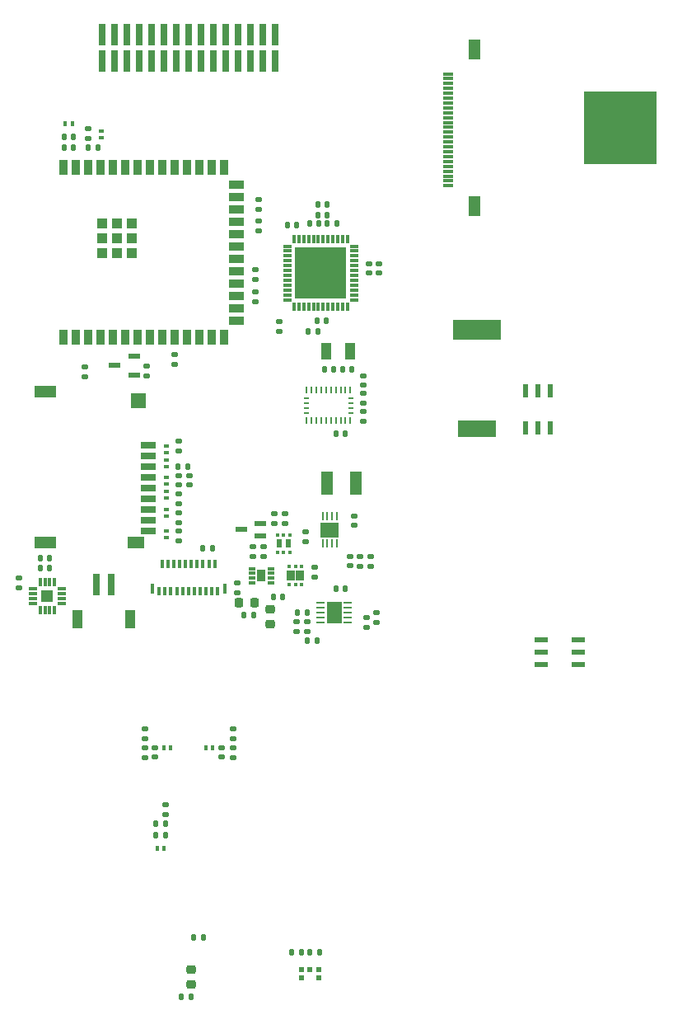
<source format=gbr>
%TF.GenerationSoftware,KiCad,Pcbnew,8.0.3*%
%TF.CreationDate,2024-06-12T08:46:35+02:00*%
%TF.ProjectId,EVT-PCB,4556542d-5043-4422-9e6b-696361645f70,rev?*%
%TF.SameCoordinates,PX3d6aa80PY9402a00*%
%TF.FileFunction,Paste,Bot*%
%TF.FilePolarity,Positive*%
%FSLAX46Y46*%
G04 Gerber Fmt 4.6, Leading zero omitted, Abs format (unit mm)*
G04 Created by KiCad (PCBNEW 8.0.3) date 2024-06-12 08:46:35*
%MOMM*%
%LPD*%
G01*
G04 APERTURE LIST*
G04 Aperture macros list*
%AMRoundRect*
0 Rectangle with rounded corners*
0 $1 Rounding radius*
0 $2 $3 $4 $5 $6 $7 $8 $9 X,Y pos of 4 corners*
0 Add a 4 corners polygon primitive as box body*
4,1,4,$2,$3,$4,$5,$6,$7,$8,$9,$2,$3,0*
0 Add four circle primitives for the rounded corners*
1,1,$1+$1,$2,$3*
1,1,$1+$1,$4,$5*
1,1,$1+$1,$6,$7*
1,1,$1+$1,$8,$9*
0 Add four rect primitives between the rounded corners*
20,1,$1+$1,$2,$3,$4,$5,0*
20,1,$1+$1,$4,$5,$6,$7,0*
20,1,$1+$1,$6,$7,$8,$9,0*
20,1,$1+$1,$8,$9,$2,$3,0*%
G04 Aperture macros list end*
%ADD10R,1.300000X2.000000*%
%ADD11R,7.500000X7.500000*%
%ADD12R,1.000000X0.300000*%
%ADD13R,1.250000X1.250000*%
%ADD14R,0.850000X0.300000*%
%ADD15R,0.300000X0.850000*%
%ADD16R,1.100000X1.900000*%
%ADD17R,0.700000X2.300000*%
%ADD18R,0.304800X0.558800*%
%ADD19RoundRect,0.140000X-0.140000X-0.170000X0.140000X-0.170000X0.140000X0.170000X-0.140000X0.170000X0*%
%ADD20RoundRect,0.140000X0.140000X0.170000X-0.140000X0.170000X-0.140000X-0.170000X0.140000X-0.170000X0*%
%ADD21R,0.250000X0.675000*%
%ADD22R,0.575000X0.250000*%
%ADD23RoundRect,0.135000X0.185000X-0.135000X0.185000X0.135000X-0.185000X0.135000X-0.185000X-0.135000X0*%
%ADD24R,0.600000X0.522000*%
%ADD25R,1.600000X0.700000*%
%ADD26R,2.200000X1.200000*%
%ADD27R,1.500000X1.600000*%
%ADD28R,1.800000X1.200000*%
%ADD29R,0.558800X0.304800*%
%ADD30R,0.300000X0.325000*%
%ADD31R,0.613000X0.950000*%
%ADD32RoundRect,0.135000X-0.185000X0.135000X-0.185000X-0.135000X0.185000X-0.135000X0.185000X0.135000X0*%
%ADD33R,0.254000X0.812800*%
%ADD34R,1.828800X1.549400*%
%ADD35RoundRect,0.135000X-0.135000X-0.185000X0.135000X-0.185000X0.135000X0.185000X-0.135000X0.185000X0*%
%ADD36RoundRect,0.135000X0.135000X0.185000X-0.135000X0.185000X-0.135000X-0.185000X0.135000X-0.185000X0*%
%ADD37R,0.812800X0.254000*%
%ADD38R,1.524000X2.286000*%
%ADD39RoundRect,0.140000X0.170000X-0.140000X0.170000X0.140000X-0.170000X0.140000X-0.170000X-0.140000X0*%
%ADD40RoundRect,0.140000X-0.170000X0.140000X-0.170000X-0.140000X0.170000X-0.140000X0.170000X0.140000X0*%
%ADD41R,1.150000X0.550000*%
%ADD42R,1.295400X2.387600*%
%ADD43RoundRect,0.225000X0.250000X-0.225000X0.250000X0.225000X-0.250000X0.225000X-0.250000X-0.225000X0*%
%ADD44R,5.250000X5.250000*%
%ADD45R,0.533400X1.346200*%
%ADD46R,0.740000X2.220000*%
%ADD47R,1.000000X1.800000*%
%ADD48R,1.346200X0.533400*%
%ADD49R,5.000000X2.000000*%
%ADD50R,4.000000X1.700000*%
%ADD51R,0.750000X0.300000*%
%ADD52R,0.900000X1.300000*%
%ADD53RoundRect,0.225000X-0.250000X0.225000X-0.250000X-0.225000X0.250000X-0.225000X0.250000X0.225000X0*%
%ADD54R,0.330200X0.838200*%
%ADD55R,0.457200X0.990600*%
%ADD56R,0.889000X1.498600*%
%ADD57R,1.498600X0.889000*%
%ADD58R,0.990600X0.990600*%
%ADD59R,0.390000X0.450000*%
%ADD60R,0.820000X1.100000*%
%ADD61RoundRect,0.225000X-0.225000X-0.250000X0.225000X-0.250000X0.225000X0.250000X-0.225000X0.250000X0*%
%ADD62R,1.150000X0.600000*%
G04 APERTURE END LIST*
D10*
%TO.C,U1102*%
X56700000Y82950000D03*
D11*
X71700000Y91000000D03*
D10*
X56700000Y99050000D03*
D12*
X54000000Y85050000D03*
X54000000Y85550000D03*
X54000000Y86050000D03*
X54000000Y86550000D03*
X54000000Y87050000D03*
X54000000Y87550000D03*
X54000000Y88050000D03*
X54000000Y88550000D03*
X54000000Y89050000D03*
X54000000Y89550000D03*
X54000000Y90050000D03*
X54000000Y90550000D03*
X54000000Y91050000D03*
X54000000Y91550000D03*
X54000000Y92050000D03*
X54000000Y92550000D03*
X54000000Y93050000D03*
X54000000Y93550000D03*
X54000000Y94050000D03*
X54000000Y94550000D03*
X54000000Y95050000D03*
X54000000Y95550000D03*
X54000000Y96050000D03*
X54000000Y96550000D03*
%TD*%
D13*
%TO.C,U1001*%
X12800000Y42900000D03*
D14*
X11350000Y42150000D03*
X11350000Y42650000D03*
X11350000Y43150000D03*
X11350000Y43650000D03*
D15*
X12050000Y44350000D03*
X12550000Y44350000D03*
X13050000Y44350000D03*
X13550000Y44350000D03*
D14*
X14250000Y43650000D03*
X14250000Y43150000D03*
X14250000Y42650000D03*
X14250000Y42150000D03*
D15*
X13550000Y41450000D03*
X13050000Y41450000D03*
X12550000Y41450000D03*
X12050000Y41450000D03*
%TD*%
D16*
%TO.C,J1001*%
X15900000Y40573000D03*
X21300000Y40573000D03*
D17*
X19350000Y44073000D03*
X17850000Y44073000D03*
%TD*%
D18*
%TO.C,D527*%
X24800000Y17000000D03*
X24104802Y17000000D03*
%TD*%
D19*
%TO.C,C805*%
X41295000Y66225000D03*
X42255000Y66225000D03*
%TD*%
D20*
%TO.C,C1002*%
X13050000Y45800000D03*
X12090000Y45800000D03*
%TD*%
D18*
%TO.C,D201*%
X15347599Y91400000D03*
X14652401Y91400000D03*
%TD*%
%TO.C,D525*%
X29800000Y27350000D03*
X29104802Y27350000D03*
%TD*%
D21*
%TO.C,U801*%
X43950000Y64063000D03*
D22*
X44013000Y63250000D03*
X44013000Y62750000D03*
X44013000Y62250000D03*
X44013000Y61750000D03*
D21*
X43950000Y60937000D03*
X43450000Y60937000D03*
X42950000Y60937000D03*
X42450000Y60937000D03*
X41950000Y60937000D03*
X41450000Y60937000D03*
X40950000Y60937000D03*
X40450000Y60937000D03*
X39950000Y60937000D03*
X39450000Y60937000D03*
D22*
X39387000Y61750000D03*
X39387000Y62250000D03*
X39387000Y62750000D03*
X39387000Y63250000D03*
D21*
X39450000Y64063000D03*
X39950000Y64063000D03*
X40450000Y64063000D03*
X40950000Y64063000D03*
X41450000Y64063000D03*
X41950000Y64063000D03*
X42450000Y64063000D03*
X42950000Y64063000D03*
X43450000Y64063000D03*
%TD*%
D23*
%TO.C,R504*%
X31900000Y28300000D03*
X31900000Y29320000D03*
%TD*%
D24*
%TO.C,M601*%
X40700000Y4574000D03*
X40700000Y3752000D03*
X38900000Y3752000D03*
X38900000Y4574000D03*
X39800000Y4574000D03*
%TD*%
D25*
%TO.C,J901*%
X23200000Y58400000D03*
X23200000Y57300000D03*
X23200000Y56200000D03*
X23200000Y55100000D03*
X23200000Y54000000D03*
X23200000Y52900000D03*
X23200000Y51800000D03*
X23200000Y50700000D03*
X23200000Y49600000D03*
D26*
X12600000Y63900000D03*
X12600000Y48400000D03*
D27*
X22150000Y63000000D03*
D28*
X21900000Y48400000D03*
%TD*%
D29*
%TO.C,D901*%
X25000000Y55097599D03*
X25000000Y54402401D03*
%TD*%
D20*
%TO.C,C503*%
X24930000Y18400000D03*
X23970000Y18400000D03*
%TD*%
D30*
%TO.C,Q301*%
X36450000Y47387000D03*
D31*
X36634000Y48300000D03*
X37566000Y48300000D03*
D30*
X37750000Y49212000D03*
X37100000Y49212000D03*
X37100000Y47387000D03*
X36450000Y49212000D03*
X37750000Y47387000D03*
%TD*%
D32*
%TO.C,R104*%
X34550000Y83670000D03*
X34550000Y82650000D03*
%TD*%
D29*
%TO.C,D904*%
X25000000Y56200000D03*
X25000000Y56895198D03*
%TD*%
D23*
%TO.C,R103*%
X34550000Y80390000D03*
X34550000Y81410000D03*
%TD*%
D33*
%TO.C,U302*%
X41083999Y51097000D03*
X41584000Y51097000D03*
X42084000Y51097000D03*
X42584001Y51097000D03*
X42584001Y48303000D03*
X42084000Y48303000D03*
X41584000Y48303000D03*
X41083999Y48303000D03*
D34*
X41834000Y49700000D03*
%TD*%
D23*
%TO.C,R404*%
X45600000Y39680000D03*
X45600000Y40700000D03*
%TD*%
D35*
%TO.C,R601*%
X39790000Y6300000D03*
X40810000Y6300000D03*
%TD*%
D19*
%TO.C,C801*%
X42450000Y59600000D03*
X43410000Y59600000D03*
%TD*%
D23*
%TO.C,R402*%
X32350000Y43230000D03*
X32350000Y44250000D03*
%TD*%
%TO.C,R110*%
X16650000Y65440000D03*
X16650000Y66460000D03*
%TD*%
D36*
%TO.C,R108*%
X40610000Y70100000D03*
X39590000Y70100000D03*
%TD*%
D23*
%TO.C,R308*%
X36100000Y50390000D03*
X36100000Y51410000D03*
%TD*%
D37*
%TO.C,U402*%
X43697000Y42200001D03*
X43697000Y41699999D03*
X43697000Y41200000D03*
X43697000Y40700001D03*
X43697000Y40199999D03*
X40903000Y40199999D03*
X40903000Y40700001D03*
X40903000Y41200000D03*
X40903000Y41699999D03*
X40903000Y42200001D03*
D38*
X42300000Y41200000D03*
%TD*%
D39*
%TO.C,C302*%
X43900000Y46020000D03*
X43900000Y46980000D03*
%TD*%
D40*
%TO.C,C901*%
X27400000Y55280000D03*
X27400000Y54320000D03*
%TD*%
D23*
%TO.C,R107*%
X36650000Y70090000D03*
X36650000Y71110000D03*
%TD*%
D19*
%TO.C,C705*%
X33020000Y41000000D03*
X33980000Y41000000D03*
%TD*%
D23*
%TO.C,R403*%
X46600000Y40190000D03*
X46600000Y41210000D03*
%TD*%
D41*
%TO.C,D302*%
X34700000Y50400000D03*
X34700000Y49100000D03*
X32700000Y49750000D03*
%TD*%
D20*
%TO.C,C532*%
X41480000Y71200000D03*
X40520000Y71200000D03*
%TD*%
D32*
%TO.C,R407*%
X38400000Y40310000D03*
X38400000Y39290000D03*
%TD*%
D19*
%TO.C,C529*%
X37450000Y81000000D03*
X38410000Y81000000D03*
%TD*%
D20*
%TO.C,C402*%
X43405000Y43700000D03*
X42445000Y43700000D03*
%TD*%
D42*
%TO.C,L301*%
X41586200Y54500000D03*
X44481800Y54500000D03*
%TD*%
D32*
%TO.C,R1001*%
X9900000Y44810000D03*
X9900000Y43790000D03*
%TD*%
D23*
%TO.C,R801*%
X45300000Y60840000D03*
X45300000Y61860000D03*
%TD*%
D20*
%TO.C,C528*%
X40690000Y81150000D03*
X39730000Y81150000D03*
%TD*%
D40*
%TO.C,C303*%
X44300000Y51130000D03*
X44300000Y50170000D03*
%TD*%
D20*
%TO.C,C1001*%
X13050000Y46800000D03*
X12090000Y46800000D03*
%TD*%
%TO.C,C202*%
X15480000Y89000000D03*
X14520000Y89000000D03*
%TD*%
%TO.C,C530*%
X41550000Y82050000D03*
X40590000Y82050000D03*
%TD*%
D43*
%TO.C,C403*%
X35700000Y40025000D03*
X35700000Y41575000D03*
%TD*%
D32*
%TO.C,R201*%
X17025000Y90920000D03*
X17025000Y89900000D03*
%TD*%
D29*
%TO.C,D906*%
X25000000Y57652401D03*
X25000000Y58347599D03*
%TD*%
%TO.C,D202*%
X18350000Y90647599D03*
X18350000Y89952401D03*
%TD*%
D14*
%TO.C,IC501*%
X44350000Y78850000D03*
X44350000Y78350000D03*
X44350000Y77850000D03*
X44350000Y77350000D03*
X44350000Y76850000D03*
X44350000Y76350000D03*
X44350000Y75850000D03*
X44350000Y75350000D03*
X44350000Y74850000D03*
X44350000Y74350000D03*
X44350000Y73850000D03*
X44350000Y73350000D03*
D15*
X43650000Y72650000D03*
X43150000Y72650000D03*
X42650000Y72650000D03*
X42150000Y72650000D03*
X41650000Y72650000D03*
X41150000Y72650000D03*
X40650000Y72650000D03*
X40150000Y72650000D03*
X39650000Y72650000D03*
X39150000Y72650000D03*
X38650000Y72650000D03*
X38150000Y72650000D03*
D14*
X37450000Y73350000D03*
X37450000Y73850000D03*
X37450000Y74350000D03*
X37450000Y74850000D03*
X37450000Y75350000D03*
X37450000Y75850000D03*
X37450000Y76350000D03*
X37450000Y76850000D03*
X37450000Y77350000D03*
X37450000Y77850000D03*
X37450000Y78350000D03*
X37450000Y78850000D03*
D15*
X38150000Y79550000D03*
X38650000Y79550000D03*
X39150000Y79550000D03*
X39650000Y79550000D03*
X40150000Y79550000D03*
X40650000Y79550000D03*
X41150000Y79550000D03*
X41650000Y79550000D03*
X42150000Y79550000D03*
X42650000Y79550000D03*
X43150000Y79550000D03*
X43650000Y79550000D03*
D44*
X40900000Y76100000D03*
%TD*%
D45*
%TO.C,U1203*%
X64520000Y60195000D03*
X63250000Y60195000D03*
X61980000Y60195000D03*
X61980000Y64005000D03*
X63250000Y64005000D03*
X64520000Y64005000D03*
%TD*%
D32*
%TO.C,R101*%
X34150000Y76410000D03*
X34150000Y75390000D03*
%TD*%
D39*
%TO.C,C803*%
X45300000Y62750000D03*
X45300000Y63710000D03*
%TD*%
D32*
%TO.C,R508*%
X31900000Y27380000D03*
X31900000Y26360000D03*
%TD*%
D23*
%TO.C,R505*%
X22800000Y28300000D03*
X22800000Y29320000D03*
%TD*%
D20*
%TO.C,C531*%
X41550000Y83100000D03*
X40590000Y83100000D03*
%TD*%
D32*
%TO.C,R306*%
X33900000Y48010000D03*
X33900000Y46990000D03*
%TD*%
D23*
%TO.C,R301*%
X40310000Y44900000D03*
X40310000Y45920000D03*
%TD*%
D46*
%TO.C,J101*%
X18410000Y97835000D03*
X18410000Y100565000D03*
X19680000Y97835000D03*
X19680000Y100565000D03*
X20950000Y97835000D03*
X20950000Y100565000D03*
X22220000Y97835000D03*
X22220000Y100565000D03*
X23490000Y97835000D03*
X23490000Y100565000D03*
X24760000Y97835000D03*
X24760000Y100565000D03*
X26030000Y97835000D03*
X26030000Y100565000D03*
X27300000Y97835000D03*
X27300000Y100565000D03*
X28570000Y97835000D03*
X28570000Y100565000D03*
X29840000Y97835000D03*
X29840000Y100565000D03*
X31110000Y97835000D03*
X31110000Y100565000D03*
X32380000Y97835000D03*
X32380000Y100565000D03*
X33650000Y97835000D03*
X33650000Y100565000D03*
X34920000Y97835000D03*
X34920000Y100565000D03*
X36190000Y97835000D03*
X36190000Y100565000D03*
%TD*%
D36*
%TO.C,R405*%
X39510000Y41200000D03*
X38490000Y41200000D03*
%TD*%
D39*
%TO.C,C502*%
X45900000Y76070000D03*
X45900000Y77030000D03*
%TD*%
%TO.C,C305*%
X35000000Y47020000D03*
X35000000Y47980000D03*
%TD*%
D47*
%TO.C,X801*%
X43950000Y68100000D03*
X41450000Y68100000D03*
%TD*%
D32*
%TO.C,R507*%
X22800000Y27380000D03*
X22800000Y26360000D03*
%TD*%
D48*
%TO.C,U1301*%
X67375500Y38445000D03*
X67375500Y37175000D03*
X67375500Y35905000D03*
X63565500Y35905000D03*
X63565500Y37175000D03*
X63565500Y38445000D03*
%TD*%
D23*
%TO.C,R901*%
X26300000Y48580000D03*
X26300000Y49600000D03*
%TD*%
D36*
%TO.C,R903*%
X27210000Y56200000D03*
X26190000Y56200000D03*
%TD*%
D29*
%TO.C,D903*%
X25000000Y53647599D03*
X25000000Y52952401D03*
%TD*%
D23*
%TO.C,R102*%
X34150000Y73140000D03*
X34150000Y74160000D03*
%TD*%
%TO.C,R109*%
X25900000Y66690000D03*
X25900000Y67710000D03*
%TD*%
%TO.C,R902*%
X26300000Y52390000D03*
X26300000Y53410000D03*
%TD*%
D20*
%TO.C,C804*%
X44105000Y66225000D03*
X43145000Y66225000D03*
%TD*%
D35*
%TO.C,R501*%
X41550000Y81150000D03*
X42570000Y81150000D03*
%TD*%
D20*
%TO.C,C201*%
X15480000Y90100000D03*
X14520000Y90100000D03*
%TD*%
%TO.C,C601*%
X38900000Y6300000D03*
X37940000Y6300000D03*
%TD*%
D40*
%TO.C,C534*%
X30750000Y27350000D03*
X30750000Y26390000D03*
%TD*%
D39*
%TO.C,C501*%
X46900000Y76070000D03*
X46900000Y77030000D03*
%TD*%
D32*
%TO.C,R905*%
X26300000Y58810000D03*
X26300000Y57790000D03*
%TD*%
D40*
%TO.C,C802*%
X45300000Y65540000D03*
X45300000Y64580000D03*
%TD*%
D23*
%TO.C,R904*%
X26300000Y50490000D03*
X26300000Y51510000D03*
%TD*%
%TO.C,R503*%
X24950000Y20490000D03*
X24950000Y21510000D03*
%TD*%
D49*
%TO.C,C1204*%
X56925000Y70275000D03*
D50*
X56925000Y60125000D03*
%TD*%
D23*
%TO.C,R309*%
X37200000Y50390000D03*
X37200000Y51410000D03*
%TD*%
D19*
%TO.C,C703*%
X28800000Y47800000D03*
X29760000Y47800000D03*
%TD*%
D20*
%TO.C,C401*%
X36980000Y42800000D03*
X36020000Y42800000D03*
%TD*%
D51*
%TO.C,U401*%
X35800000Y45750000D03*
X35800000Y45250000D03*
X35800000Y44750000D03*
X35800000Y44250000D03*
X33800000Y44250000D03*
X33800000Y44750000D03*
X33800000Y45250000D03*
X33800000Y45750000D03*
D52*
X34800000Y45000000D03*
%TD*%
D32*
%TO.C,R105*%
X23000000Y66510000D03*
X23000000Y65490000D03*
%TD*%
D53*
%TO.C,C301*%
X27575000Y4575000D03*
X27575000Y3025000D03*
%TD*%
D29*
%TO.C,D902*%
X25000000Y49600000D03*
X25000000Y48904802D03*
%TD*%
D54*
%TO.C,J701*%
X30300002Y43427000D03*
X30000000Y46252001D03*
X29700000Y43427000D03*
X29400001Y46252001D03*
X29100001Y43427000D03*
X28800000Y46252001D03*
X28500000Y43427000D03*
X28200001Y46252001D03*
X27900001Y43427000D03*
X27599999Y46252001D03*
X27300000Y43427000D03*
X27000001Y46252001D03*
X26700001Y43427000D03*
X26399999Y46252001D03*
X26100000Y43427000D03*
X25800000Y46252001D03*
X25500001Y43427000D03*
X25199999Y46252001D03*
X24900000Y43427000D03*
X24600000Y46252001D03*
X24300001Y43427000D03*
D55*
X31024999Y43703200D03*
X23575001Y43703200D03*
%TD*%
D29*
%TO.C,D905*%
X25000000Y51800000D03*
X25000000Y51104802D03*
%TD*%
D35*
%TO.C,R401*%
X39500000Y38350000D03*
X40520000Y38350000D03*
%TD*%
%TO.C,R303*%
X26550000Y1800000D03*
X27570000Y1800000D03*
%TD*%
D23*
%TO.C,R304*%
X44950000Y45990000D03*
X44950000Y47010000D03*
%TD*%
D56*
%TO.C,U201*%
X14450000Y86960000D03*
X15720000Y86960000D03*
X16990000Y86960000D03*
X18260000Y86960000D03*
X19530000Y86960000D03*
X20800000Y86960000D03*
X22070000Y86960000D03*
X23340000Y86960000D03*
X24610000Y86960000D03*
X25880000Y86960000D03*
X27150000Y86960000D03*
X28420000Y86960000D03*
X29690000Y86960000D03*
X30960000Y86960000D03*
D57*
X32209934Y85195000D03*
X32209934Y83925000D03*
X32209934Y82655000D03*
X32209934Y81385000D03*
X32209934Y80115000D03*
X32209934Y78845000D03*
X32209934Y77575000D03*
X32209934Y76305000D03*
X32209934Y75035000D03*
X32209934Y73765000D03*
X32209934Y72495000D03*
X32209934Y71225000D03*
D56*
X30960000Y69460000D03*
X29690000Y69460000D03*
X28420000Y69460000D03*
X27150000Y69460000D03*
X25880000Y69460000D03*
X24610000Y69460000D03*
X23340000Y69460000D03*
X22070000Y69460000D03*
X20800000Y69460000D03*
X19530000Y69460000D03*
X18260000Y69460000D03*
X16990000Y69460000D03*
X15720000Y69460000D03*
X14450000Y69460000D03*
D58*
X21453926Y81150434D03*
X19953926Y81150434D03*
X18453926Y81150434D03*
X21453926Y79650434D03*
X19953926Y79650434D03*
X18453926Y79650434D03*
X21453926Y78150434D03*
X19953926Y78150434D03*
X18453926Y78150434D03*
%TD*%
D36*
%TO.C,R506*%
X24960000Y19550000D03*
X23940000Y19550000D03*
%TD*%
D32*
%TO.C,R406*%
X39500000Y40310000D03*
X39500000Y39290000D03*
%TD*%
D36*
%TO.C,R302*%
X28810000Y7900000D03*
X27790000Y7900000D03*
%TD*%
D59*
%TO.C,U301*%
X38950000Y44075000D03*
X38300000Y44075000D03*
X37650000Y44075000D03*
X37650000Y45925000D03*
X38300000Y45925000D03*
X38950000Y45925000D03*
D60*
X38790000Y45000000D03*
X37810000Y45000000D03*
%TD*%
D18*
%TO.C,D526*%
X24800000Y27350000D03*
X25495198Y27350000D03*
%TD*%
D61*
%TO.C,C701*%
X32525000Y42200000D03*
X34075000Y42200000D03*
%TD*%
D40*
%TO.C,C902*%
X26300000Y55280000D03*
X26300000Y54320000D03*
%TD*%
D39*
%TO.C,C304*%
X39350000Y48520000D03*
X39350000Y49480000D03*
%TD*%
D32*
%TO.C,R305*%
X46000000Y47010000D03*
X46000000Y45990000D03*
%TD*%
D19*
%TO.C,C203*%
X17020000Y89000000D03*
X17980000Y89000000D03*
%TD*%
D62*
%TO.C,Q101*%
X19700000Y66600000D03*
X21700000Y67560000D03*
X21700000Y65640000D03*
%TD*%
D40*
%TO.C,C533*%
X23850000Y27350000D03*
X23850000Y26390000D03*
%TD*%
M02*

</source>
